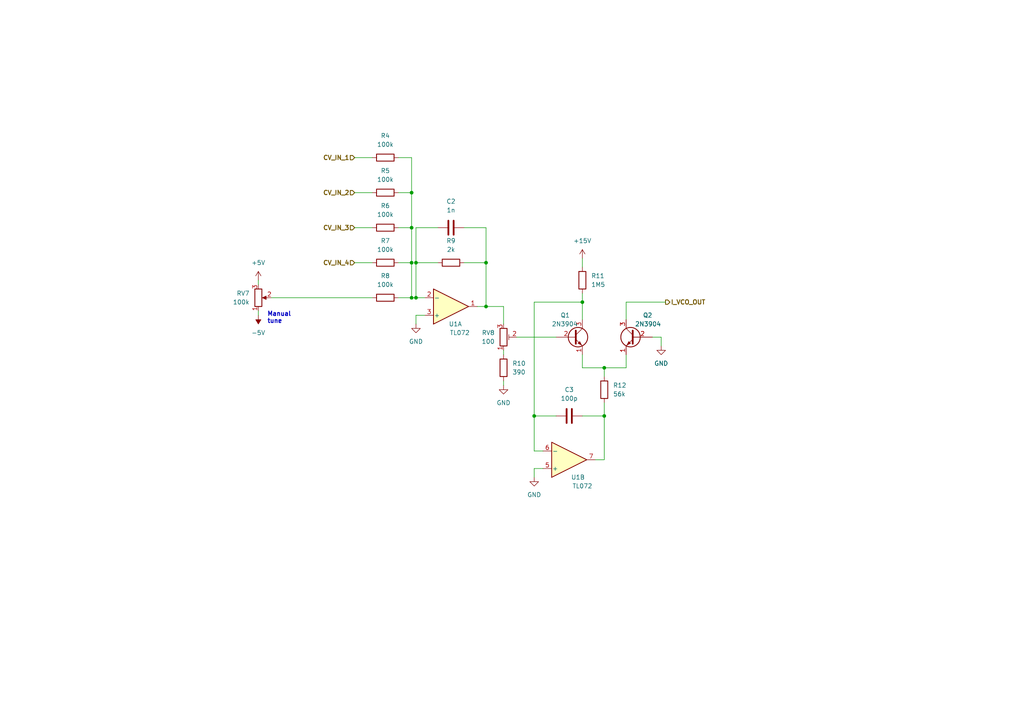
<source format=kicad_sch>
(kicad_sch (version 20221206) (generator eeschema)
  (paper "A4")
  (title_block (title "J.P. Fundrums") (date "2023-02-02") (rev "0") (comment 1 "creativecommons.org/licences/by/4.0/") (comment 2 "Licence: CC by 4.0") (comment 3 "Author: Jordan Aceto"))
  (lib_symbols
    (symbol "Amplifier_Operational:TL072" (pin_names (offset 0.127))
      (property "Reference" "U" (at 0 5.08 0))
      (property "Value" "TL072" (at 0 -5.08 0))
      (symbol "TL072_1_1"
        (polyline (pts (xy -5.08 5.08) (xy 5.08 0) (xy -5.08 -5.08) (xy -5.08 5.08)) (stroke (width 0.254)) (fill (type background)))
        (pin output line (at 7.62 0 180) (length 2.54) (name "~") (number "1"))
        (pin input line (at -7.62 -2.54 0) (length 2.54) (name "-") (number "2"))
        (pin input line (at -7.62 2.54 0) (length 2.54) (name "+") (number "3"))
      )
      (symbol "TL072_2_1"
        (polyline (pts (xy -5.08 5.08) (xy 5.08 0) (xy -5.08 -5.08) (xy -5.08 5.08)) (stroke (width 0.254)) (fill (type background)))
        (pin input line (at -7.62 2.54 0) (length 2.54) (name "+") (number "5"))
        (pin input line (at -7.62 -2.54 0) (length 2.54) (name "-") (number "6"))
        (pin output line (at 7.62 0 180) (length 2.54) (name "~") (number "7"))
      )
      (symbol "TL072_3_1"
        (pin power_in line (at -2.54 -7.62 90) (length 3.81) (name "V-") (number "4"))
        (pin power_in line (at -2.54 7.62 270) (length 3.81) (name "V+") (number "8"))
      )
    )
    (symbol "Device:C" (pin_numbers hide) (pin_names (offset 0.254))
      (property "Reference" "C" (at 0.635 2.54 0))
      (property "Value" "C" (at 0.635 -2.54 0))
      (symbol "C_0_1"
        (polyline (pts (xy -2.032 -0.762) (xy 2.032 -0.762)) (stroke (width 0.508)))
        (polyline (pts (xy -2.032 0.762) (xy 2.032 0.762)) (stroke (width 0.508)))
      )
      (symbol "C_1_1"
        (pin passive line (at 0 3.81 270) (length 2.794) (name "~") (number "1"))
        (pin passive line (at 0 -3.81 90) (length 2.794) (name "~") (number "2"))
      )
    )
    (symbol "Device:R" (pin_numbers hide) (pin_names (offset 0))
      (property "Reference" "R" (at 2.032 0 90))
      (property "Value" "R" (at 0 0 90))
      (symbol "R_0_1"
        (rectangle (start -1.016 -2.54) (end 1.016 2.54) (stroke (width 0.254)))
      )
      (symbol "R_1_1"
        (pin passive line (at 0 3.81 270) (length 1.27) (name "~") (number "1"))
        (pin passive line (at 0 -3.81 90) (length 1.27) (name "~") (number "2"))
      )
    )
    (symbol "Device:R_Potentiometer" (pin_names (offset 1.016) hide)
      (property "Reference" "RV" (at -4.445 0 90))
      (property "Value" "R_Potentiometer" (at -2.54 0 90))
      (symbol "R_Potentiometer_0_1"
        (polyline (pts (xy 2.54 0) (xy 1.524 0)))
        (polyline (pts (xy 1.143 0) (xy 2.286 0.508) (xy 2.286 -0.508) (xy 1.143 0)) (fill (type outline)))
        (rectangle (start 1.016 2.54) (end -1.016 -2.54) (stroke (width 0.254)))
      )
      (symbol "R_Potentiometer_1_1"
        (pin passive line (at 0 3.81 270) (length 1.27) (name "1") (number "1"))
        (pin passive line (at 3.81 0 180) (length 1.27) (name "2") (number "2"))
        (pin passive line (at 0 -3.81 90) (length 1.27) (name "3") (number "3"))
      )
    )
    (symbol "Device:R_Potentiometer_Trim" (pin_names (offset 1.016) hide)
      (property "Reference" "RV" (at -4.445 0 90))
      (property "Value" "R_Potentiometer_Trim" (at -2.54 0 90))
      (symbol "R_Potentiometer_Trim_0_1"
        (polyline (pts (xy 1.524 0.762) (xy 1.524 -0.762)))
        (polyline (pts (xy 2.54 0) (xy 1.524 0)))
        (rectangle (start 1.016 2.54) (end -1.016 -2.54) (stroke (width 0.254)))
      )
      (symbol "R_Potentiometer_Trim_1_1"
        (pin passive line (at 0 3.81 270) (length 1.27) (name "1") (number "1"))
        (pin passive line (at 3.81 0 180) (length 1.27) (name "2") (number "2"))
        (pin passive line (at 0 -3.81 90) (length 1.27) (name "3") (number "3"))
      )
    )
    (symbol "Transistor_BJT:2N3904" (pin_names (offset 0) hide)
      (property "Reference" "Q" (at 5.08 1.905 0))
      (property "Value" "2N3904" (at 5.08 0 0))
      (symbol "2N3904_0_1"
        (polyline (pts (xy 0.635 0.635) (xy 2.54 2.54)))
        (polyline (pts (xy 0.635 -0.635) (xy 2.54 -2.54) (xy 2.54 -2.54)))
        (polyline (pts (xy 0.635 1.905) (xy 0.635 -1.905) (xy 0.635 -1.905)) (stroke (width 0.508)))
        (polyline (pts (xy 1.27 -1.778) (xy 1.778 -1.27) (xy 2.286 -2.286) (xy 1.27 -1.778) (xy 1.27 -1.778)) (fill (type outline)))
        (circle (center 1.27 0) (radius 2.8194) (stroke (width 0.254)))
      )
      (symbol "2N3904_1_1"
        (pin passive line (at 2.54 -5.08 90) (length 2.54) (name "E") (number "1"))
        (pin passive line (at -5.08 0 0) (length 5.715) (name "B") (number "2"))
        (pin passive line (at 2.54 5.08 270) (length 2.54) (name "C") (number "3"))
      )
    )
    (symbol "power:+15V" (power) (pin_names (offset 0))
      (property "Value" "+15V" (at 0 3.556 0))
      (symbol "+15V_0_1"
        (polyline (pts (xy -0.762 1.27) (xy 0 2.54)))
        (polyline (pts (xy 0 0) (xy 0 2.54)))
        (polyline (pts (xy 0 2.54) (xy 0.762 1.27)))
      )
      (symbol "+15V_1_1"
        (pin power_in line (at 0 0 90) (length 0) hide (name "+15V") (number "1"))
      )
    )
    (symbol "power:+5V" (power) (pin_names (offset 0))
      (property "Value" "+5V" (at 0 3.556 0))
      (symbol "+5V_0_1"
        (polyline (pts (xy -0.762 1.27) (xy 0 2.54)))
        (polyline (pts (xy 0 0) (xy 0 2.54)))
        (polyline (pts (xy 0 2.54) (xy 0.762 1.27)))
      )
      (symbol "+5V_1_1"
        (pin power_in line (at 0 0 90) (length 0) hide (name "+5V") (number "1"))
      )
    )
    (symbol "power:-5V" (power) (pin_names (offset 0))
      (property "Value" "-5V" (at 0 3.81 0))
      (symbol "-5V_0_0"
        (pin power_in line (at 0 0 90) (length 0) hide (name "-5V") (number "1"))
      )
      (symbol "-5V_0_1"
        (polyline (pts (xy 0 0) (xy 0 1.27) (xy 0.762 1.27) (xy 0 2.54) (xy -0.762 1.27) (xy 0 1.27)) (fill (type outline)))
      )
    )
    (symbol "power:GND" (power) (pin_names (offset 0))
      (property "Value" "GND" (at 0 -3.81 0))
      (symbol "GND_0_1"
        (polyline (pts (xy 0 0) (xy 0 -1.27) (xy 1.27 -1.27) (xy 0 -2.54) (xy -1.27 -1.27) (xy 0 -1.27)))
      )
      (symbol "GND_1_1"
        (pin power_in line (at 0 0 270) (length 0) hide (name "GND") (number "1"))
      )
    )
  )
  (junction (at 175.26 120.65))
  (junction (at 119.38 76.2))
  (junction (at 175.26 106.68))
  (junction (at 168.91 87.63))
  (junction (at 119.38 55.88))
  (junction (at 119.38 86.36))
  (junction (at 154.94 120.65))
  (junction (at 140.97 76.2))
  (junction (at 120.65 86.36))
  (junction (at 120.65 76.2))
  (junction (at 119.38 66.04))
  (junction (at 140.97 88.9))
  (wire (pts (xy 168.91 106.68) (xy 175.26 106.68)))
  (wire (pts (xy 175.26 106.68) (xy 175.26 109.22)))
  (wire (pts (xy 146.05 88.9) (xy 140.97 88.9)))
  (wire (pts (xy 146.05 110.49) (xy 146.05 111.76)))
  (wire (pts (xy 120.65 91.44) (xy 123.19 91.44)))
  (wire (pts (xy 175.26 116.84) (xy 175.26 120.65)))
  (wire (pts (xy 172.72 133.35) (xy 175.26 133.35)))
  (wire (pts (xy 140.97 66.04) (xy 140.97 76.2)))
  (wire (pts (xy 120.65 86.36) (xy 120.65 76.2)))
  (wire (pts (xy 102.87 45.72) (xy 107.95 45.72)))
  (wire (pts (xy 168.91 120.65) (xy 175.26 120.65)))
  (wire (pts (xy 154.94 130.81) (xy 157.48 130.81)))
  (wire (pts (xy 146.05 93.98) (xy 146.05 88.9)))
  (wire (pts (xy 181.61 106.68) (xy 181.61 102.87)))
  (wire (pts (xy 134.62 66.04) (xy 140.97 66.04)))
  (wire (pts (xy 168.91 87.63) (xy 168.91 92.71)))
  (wire (pts (xy 102.87 55.88) (xy 107.95 55.88)))
  (wire (pts (xy 138.43 88.9) (xy 140.97 88.9)))
  (wire (pts (xy 154.94 120.65) (xy 154.94 87.63)))
  (wire (pts (xy 102.87 66.04) (xy 107.95 66.04)))
  (wire (pts (xy 140.97 88.9) (xy 140.97 76.2)))
  (wire (pts (xy 74.93 81.28) (xy 74.93 82.55)))
  (wire (pts (xy 149.86 97.79) (xy 161.29 97.79)))
  (wire (pts (xy 115.57 55.88) (xy 119.38 55.88)))
  (wire (pts (xy 115.57 45.72) (xy 119.38 45.72)))
  (wire (pts (xy 115.57 86.36) (xy 119.38 86.36)))
  (wire (pts (xy 154.94 138.43) (xy 154.94 135.89)))
  (wire (pts (xy 191.77 97.79) (xy 189.23 97.79)))
  (wire (pts (xy 127 66.04) (xy 120.65 66.04)))
  (wire (pts (xy 115.57 66.04) (xy 119.38 66.04)))
  (wire (pts (xy 119.38 86.36) (xy 120.65 86.36)))
  (wire (pts (xy 140.97 76.2) (xy 134.62 76.2)))
  (wire (pts (xy 146.05 101.6) (xy 146.05 102.87)))
  (wire (pts (xy 120.65 76.2) (xy 127 76.2)))
  (wire (pts (xy 78.74 86.36) (xy 107.95 86.36)))
  (wire (pts (xy 168.91 85.09) (xy 168.91 87.63)))
  (wire (pts (xy 175.26 106.68) (xy 181.61 106.68)))
  (wire (pts (xy 120.65 93.98) (xy 120.65 91.44)))
  (wire (pts (xy 154.94 87.63) (xy 168.91 87.63)))
  (wire (pts (xy 115.57 76.2) (xy 119.38 76.2)))
  (wire (pts (xy 154.94 120.65) (xy 154.94 130.81)))
  (wire (pts (xy 161.29 120.65) (xy 154.94 120.65)))
  (wire (pts (xy 119.38 66.04) (xy 119.38 55.88)))
  (wire (pts (xy 119.38 76.2) (xy 119.38 86.36)))
  (wire (pts (xy 120.65 66.04) (xy 120.65 76.2)))
  (wire (pts (xy 119.38 76.2) (xy 119.38 66.04)))
  (wire (pts (xy 191.77 100.33) (xy 191.77 97.79)))
  (wire (pts (xy 175.26 120.65) (xy 175.26 133.35)))
  (wire (pts (xy 168.91 74.93) (xy 168.91 77.47)))
  (wire (pts (xy 102.87 76.2) (xy 107.95 76.2)))
  (wire (pts (xy 181.61 87.63) (xy 181.61 92.71)))
  (wire (pts (xy 123.19 86.36) (xy 120.65 86.36)))
  (wire (pts (xy 154.94 135.89) (xy 157.48 135.89)))
  (wire (pts (xy 74.93 90.17) (xy 74.93 91.44)))
  (wire (pts (xy 168.91 102.87) (xy 168.91 106.68)))
  (wire (pts (xy 193.04 87.63) (xy 181.61 87.63)))
  (wire (pts (xy 119.38 55.88) (xy 119.38 45.72)))
  (text "Manual \ntune" (at 77.47 93.98 0) (effects (font (size 1.27 1.27) bold) (justify left bottom)))
  (hierarchical_label "CV_IN_1" (shape input) (at 102.87 45.72 180) (effects (font bold)))
  (hierarchical_label "CV_IN_2" (shape input) (at 102.87 55.88 180) (effects (font bold)))
  (hierarchical_label "CV_IN_4" (shape input) (at 102.87 76.2 180) (effects (font bold)))
  (hierarchical_label "CV_IN_3" (shape input) (at 102.87 66.04 180) (effects (font bold)))
  (hierarchical_label "I_VCO_OUT" (shape output) (at 193.04 87.63 0) (effects (font bold)))
  (symbol (lib_id "Device:R") (at 168.91 81.28 0) (unit 1)
    (property "Reference" "R11" (at 171.45 80.0099 0) (effects (justify left)))
    (property "Value" "1M5" (at 171.45 82.5499 0) (effects (justify left)))
    (instances (project "fundrums" (path "" (reference "R11") (unit 1)) (path "" (reference "R98") (unit 1)) (path "" (reference "R185") (unit 1)) (path "" (reference "R272") (unit 1))))
  )
  (symbol (lib_id "Transistor_BJT:2N3904") (at 184.15 97.79 0) (mirror y) (unit 1)
    (property "Reference" "Q2" (at 189.23 91.44 0) (effects (justify left)))
    (property "Value" "2N3904" (at 191.77 93.98 0) (effects (justify left)))
    (property "Footprint" "Package_TO_SOT_THT:TO-92_Inline" (effects hide))
    (property "Datasheet" "https://www.onsemi.com/pub/Collateral/2N3903-D.PDF" (effects hide))
    (instances (project "fundrums" (path "" (reference "Q2") (unit 1)) (path "" (reference "Q8") (unit 1)) (path "" (reference "Q14") (unit 1)) (path "" (reference "Q20") (unit 1))))
  )
  (symbol (lib_id "Device:R") (at 130.81 76.2 90) (unit 1)
    (property "Reference" "R9" (at 130.81 69.85 90))
    (property "Value" "2k" (at 130.81 72.39 90))
    (instances (project "fundrums" (path "" (reference "R9") (unit 1)) (path "" (reference "R96") (unit 1)) (path "" (reference "R183") (unit 1)) (path "" (reference "R270") (unit 1))))
  )
  (symbol (lib_id "Device:R") (at 111.76 45.72 90) (unit 1)
    (property "Reference" "R4" (at 111.76 39.37 90))
    (property "Value" "100k" (at 111.76 41.91 90))
    (instances (project "fundrums" (path "" (reference "R4") (unit 1)) (path "" (reference "R91") (unit 1)) (path "" (reference "R178") (unit 1)) (path "" (reference "R265") (unit 1))))
  )
  (symbol (lib_id "Device:R") (at 111.76 86.36 90) (unit 1)
    (property "Reference" "R8" (at 111.76 80.01 90))
    (property "Value" "100k" (at 111.76 82.55 90))
    (instances (project "fundrums" (path "" (reference "R8") (unit 1)) (path "" (reference "R95") (unit 1)) (path "" (reference "R182") (unit 1)) (path "" (reference "R269") (unit 1))))
  )
  (symbol (lib_id "power:GND") (at 154.94 138.43 0) (unit 1)
    (property "Reference" "#PWR0101" (effects hide))
    (property "Value" "GND" (at 154.94 143.51 0))
    (instances (project "fundrums" (path "" (reference "#PWR0101") (unit 1)) (path "" (reference "#PWR0178") (unit 1)) (path "" (reference "#PWR0255") (unit 1)) (path "" (reference "#PWR0332") (unit 1))))
  )
  (symbol (lib_id "power:GND") (at 120.65 93.98 0) (unit 1)
    (property "Reference" "#PWR099" (effects hide))
    (property "Value" "GND" (at 120.65 99.06 0))
    (instances (project "fundrums" (path "" (reference "#PWR099") (unit 1)) (path "" (reference "#PWR0176") (unit 1)) (path "" (reference "#PWR0253") (unit 1)) (path "" (reference "#PWR0330") (unit 1))))
  )
  (symbol (lib_id "Device:R_Potentiometer_Trim") (at 146.05 97.79 0) (mirror x) (unit 1)
    (property "Reference" "RV8" (at 143.51 96.5199 0) (effects (justify right)))
    (property "Value" "100" (at 143.51 99.0599 0) (effects (justify right)))
    (instances (project "fundrums" (path "" (reference "RV8") (unit 1)) (path "" (reference "RV20") (unit 1)) (path "" (reference "RV32") (unit 1)) (path "" (reference "RV44") (unit 1))))
  )
  (symbol (lib_id "power:GND") (at 191.77 100.33 0) (mirror y) (unit 1)
    (property "Reference" "#PWR0103" (effects hide))
    (property "Value" "GND" (at 191.77 105.41 0))
    (instances (project "fundrums" (path "" (reference "#PWR0103") (unit 1)) (path "" (reference "#PWR0180") (unit 1)) (path "" (reference "#PWR0257") (unit 1)) (path "" (reference "#PWR0334") (unit 1))))
  )
  (symbol (lib_id "Device:R") (at 111.76 55.88 90) (unit 1)
    (property "Reference" "R5" (at 111.76 49.53 90))
    (property "Value" "100k" (at 111.76 52.07 90))
    (instances (project "fundrums" (path "" (reference "R5") (unit 1)) (path "" (reference "R92") (unit 1)) (path "" (reference "R179") (unit 1)) (path "" (reference "R266") (unit 1))))
  )
  (symbol (lib_id "power:+15V") (at 168.91 74.93 0) (unit 1)
    (property "Reference" "#PWR0102" (effects hide))
    (property "Value" "+15V" (at 168.91 69.85 0))
    (instances (project "fundrums" (path "" (reference "#PWR0102") (unit 1)) (path "" (reference "#PWR0179") (unit 1)) (path "" (reference "#PWR0256") (unit 1)) (path "" (reference "#PWR0333") (unit 1))))
  )
  (symbol (lib_id "Device:R") (at 175.26 113.03 0) (unit 1)
    (property "Reference" "R12" (at 177.8 111.7599 0) (effects (justify left)))
    (property "Value" "56k" (at 177.8 114.2999 0) (effects (justify left)))
    (instances (project "fundrums" (path "" (reference "R12") (unit 1)) (path "" (reference "R99") (unit 1)) (path "" (reference "R186") (unit 1)) (path "" (reference "R273") (unit 1))))
  )
  (symbol (lib_id "power:-5V") (at 74.93 91.44 180) (unit 1)
    (property "Reference" "#PWR?" (effects hide))
    (property "Value" "-5V" (at 74.93 96.52 0))
    (instances (project "fundrums" (path "" (reference "#PWR?") (unit 1)) (path "" (reference "#PWR?") (unit 1)) (path "" (reference "#PWR?") (unit 1)) (path "" (reference "#PWR?") (unit 1)) (path "" (reference "#PWR087") (unit 1)) (path "" (reference "#PWR093") (unit 1)) (path "" (reference "#PWR094") (unit 1)) (path "" (reference "#PWR095") (unit 1))))
  )
  (symbol (lib_id "Transistor_BJT:2N3904") (at 166.37 97.79 0) (unit 1)
    (property "Reference" "Q1" (at 162.56 91.44 0) (effects (justify left)))
    (property "Value" "2N3904" (at 160.02 93.98 0) (effects (justify left)))
    (property "Footprint" "Package_TO_SOT_THT:TO-92_Inline" (effects hide))
    (property "Datasheet" "https://www.onsemi.com/pub/Collateral/2N3903-D.PDF" (effects hide))
    (instances (project "fundrums" (path "" (reference "Q1") (unit 1)) (path "" (reference "Q7") (unit 1)) (path "" (reference "Q13") (unit 1)) (path "" (reference "Q19") (unit 1))))
  )
  (symbol (lib_id "Amplifier_Operational:TL072") (at 130.81 88.9 0) (mirror x) (unit 1)
    (property "Reference" "U1" (at 132.08 93.98 0))
    (property "Value" "TL072" (at 133.35 96.52 0))
    (property "Datasheet" "http://www.ti.com/lit/ds/symlink/tl071.pdf" (effects hide))
    (instances (project "fundrums" (path "" (reference "U1") (unit 1)) (path "" (reference "U15") (unit 1)) (path "" (reference "U28") (unit 1)) (path "" (reference "U40") (unit 1))))
  )
  (symbol (lib_id "power:GND") (at 146.05 111.76 0) (unit 1)
    (property "Reference" "#PWR0100" (effects hide))
    (property "Value" "GND" (at 146.05 116.84 0))
    (instances (project "fundrums" (path "" (reference "#PWR0100") (unit 1)) (path "" (reference "#PWR0177") (unit 1)) (path "" (reference "#PWR0254") (unit 1)) (path "" (reference "#PWR0331") (unit 1))))
  )
  (symbol (lib_id "Amplifier_Operational:TL072") (at 165.1 133.35 0) (mirror x) (unit 2)
    (property "Reference" "U1" (at 167.64 138.43 0))
    (property "Value" "TL072" (at 168.91 140.97 0))
    (property "Datasheet" "http://www.ti.com/lit/ds/symlink/tl071.pdf" (effects hide))
    (instances (project "fundrums" (path "" (reference "U1") (unit 2)) (path "" (reference "U15") (unit 2)) (path "" (reference "U28") (unit 2)) (path "" (reference "U40") (unit 2))))
  )
  (symbol (lib_id "Device:R") (at 111.76 66.04 90) (unit 1)
    (property "Reference" "R6" (at 111.76 59.69 90))
    (property "Value" "100k" (at 111.76 62.23 90))
    (instances (project "fundrums" (path "" (reference "R6") (unit 1)) (path "" (reference "R93") (unit 1)) (path "" (reference "R180") (unit 1)) (path "" (reference "R267") (unit 1))))
  )
  (symbol (lib_id "Device:R") (at 146.05 106.68 0) (unit 1)
    (property "Reference" "R10" (at 148.59 105.4099 0) (effects (justify left)))
    (property "Value" "390" (at 148.59 107.9499 0) (effects (justify left)))
    (instances (project "fundrums" (path "" (reference "R10") (unit 1)) (path "" (reference "R97") (unit 1)) (path "" (reference "R184") (unit 1)) (path "" (reference "R271") (unit 1))))
  )
  (symbol (lib_id "Device:C") (at 130.81 66.04 90) (unit 1)
    (property "Reference" "C2" (at 130.81 58.42 90))
    (property "Value" "1n" (at 130.81 60.96 90))
    (instances (project "fundrums" (path "" (reference "C2") (unit 1)) (path "" (reference "C26") (unit 1)) (path "" (reference "C50") (unit 1)) (path "" (reference "C74") (unit 1))))
  )
  (symbol (lib_id "Device:R") (at 111.76 76.2 90) (unit 1)
    (property "Reference" "R7" (at 111.76 69.85 90))
    (property "Value" "100k" (at 111.76 72.39 90))
    (instances (project "fundrums" (path "" (reference "R7") (unit 1)) (path "" (reference "R94") (unit 1)) (path "" (reference "R181") (unit 1)) (path "" (reference "R268") (unit 1))))
  )
  (symbol (lib_id "Device:R_Potentiometer") (at 74.93 86.36 0) (mirror x) (unit 1)
    (property "Reference" "RV7" (at 72.39 85.0899 0) (effects (justify right)))
    (property "Value" "100k" (at 72.39 87.6299 0) (effects (justify right)))
    (instances (project "fundrums" (path "" (reference "RV7") (unit 1)) (path "" (reference "RV19") (unit 1)) (path "" (reference "RV31") (unit 1)) (path "" (reference "RV43") (unit 1))))
  )
  (symbol (lib_id "power:+5V") (at 74.93 81.28 0) (unit 1)
    (property "Reference" "#PWR098" (effects hide))
    (property "Value" "+5V" (at 74.93 76.2 0))
    (instances (project "fundrums" (path "" (reference "#PWR098") (unit 1)) (path "" (reference "#PWR0175") (unit 1)) (path "" (reference "#PWR0252") (unit 1)) (path "" (reference "#PWR0329") (unit 1))))
  )
  (symbol (lib_id "Device:C") (at 165.1 120.65 90) (unit 1)
    (property "Reference" "C3" (at 165.1 113.03 90))
    (property "Value" "100p" (at 165.1 115.57 90))
    (instances (project "fundrums" (path "" (reference "C3") (unit 1)) (path "" (reference "C27") (unit 1)) (path "" (reference "C51") (unit 1)) (path "" (reference "C75") (unit 1))))
  )
)
</source>
